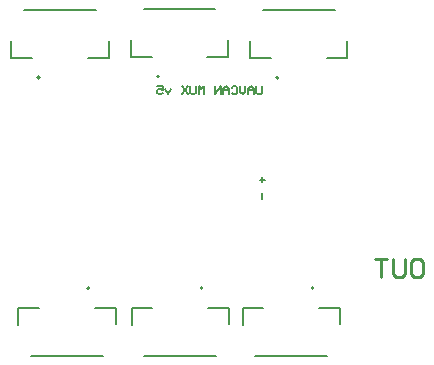
<source format=gbo>
G04*
G04 #@! TF.GenerationSoftware,Altium Limited,Altium Designer,21.6.1 (37)*
G04*
G04 Layer_Color=32896*
%FSLAX44Y44*%
%MOMM*%
G71*
G04*
G04 #@! TF.SameCoordinates,463AB4A2-C92B-4DBF-B99B-D3FD589B31D3*
G04*
G04*
G04 #@! TF.FilePolarity,Positive*
G04*
G01*
G75*
%ADD10C,0.2000*%
%ADD11C,0.1270*%
%ADD12C,0.1700*%
%ADD13C,0.2540*%
%ADD44C,0.1800*%
D10*
X1518000Y2635750D02*
G03*
X1518000Y2635750I-1000J0D01*
G01*
X1481250Y2815000D02*
G03*
X1481250Y2815000I-1000J0D01*
G01*
X1380000Y2814250D02*
G03*
X1380000Y2814250I-1000J0D01*
G01*
X1582250Y2814000D02*
G03*
X1582250Y2814000I-1000J0D01*
G01*
X1612000Y2635750D02*
G03*
X1612000Y2635750I-1000J0D01*
G01*
X1422000D02*
G03*
X1422000Y2635750I-1000J0D01*
G01*
D11*
X1468500Y2578750D02*
X1529400D01*
X1457750Y2619250D02*
X1475400D01*
X1457750Y2604950D02*
Y2619250D01*
X1522600D02*
X1540250D01*
Y2605050D02*
Y2619250D01*
X1467850Y2872000D02*
X1528750D01*
X1521850Y2831500D02*
X1539500D01*
Y2845800D01*
X1457000Y2831500D02*
X1474650D01*
X1457000D02*
Y2845700D01*
X1366600Y2871250D02*
X1427500D01*
X1420600Y2830750D02*
X1438250D01*
Y2845050D01*
X1355750Y2830750D02*
X1373400D01*
X1355750D02*
Y2844950D01*
X1568850Y2871000D02*
X1629750D01*
X1622850Y2830500D02*
X1640500D01*
Y2844800D01*
X1558000Y2830500D02*
X1575650D01*
X1558000D02*
Y2844700D01*
X1562500Y2578750D02*
X1623400D01*
X1551750Y2619250D02*
X1569400D01*
X1551750Y2604950D02*
Y2619250D01*
X1616600D02*
X1634250D01*
Y2605050D02*
Y2619250D01*
X1372500Y2578750D02*
X1433400D01*
X1361750Y2619250D02*
X1379400D01*
X1361750Y2604950D02*
Y2619250D01*
X1426600D02*
X1444250D01*
Y2605050D02*
Y2619250D01*
D12*
X1568519Y2730050D02*
Y2725385D01*
X1566187Y2727718D02*
X1570852D01*
X1568519Y2716054D02*
Y2711389D01*
D13*
X1696696Y2660617D02*
X1701774D01*
X1704313Y2658078D01*
Y2647922D01*
X1701774Y2645382D01*
X1696696D01*
X1694157Y2647922D01*
Y2658078D01*
X1696696Y2660617D01*
X1689078D02*
Y2647922D01*
X1686539Y2645382D01*
X1681461D01*
X1678922Y2647922D01*
Y2660617D01*
X1673843D02*
X1663687D01*
X1668765D01*
Y2645382D01*
D44*
X1568077Y2806798D02*
Y2800966D01*
X1566911Y2799800D01*
X1564578D01*
X1563412Y2800966D01*
Y2806798D01*
X1561079Y2799800D02*
Y2804465D01*
X1558747Y2806798D01*
X1556414Y2804465D01*
Y2799800D01*
Y2803299D01*
X1561079D01*
X1554082Y2806798D02*
Y2802133D01*
X1551749Y2799800D01*
X1549416Y2802133D01*
Y2806798D01*
X1542419Y2805631D02*
X1543585Y2806798D01*
X1545918D01*
X1547084Y2805631D01*
Y2800966D01*
X1545918Y2799800D01*
X1543585D01*
X1542419Y2800966D01*
X1540086Y2799800D02*
Y2804465D01*
X1537753Y2806798D01*
X1535421Y2804465D01*
Y2799800D01*
Y2803299D01*
X1540086D01*
X1533088Y2799800D02*
Y2806798D01*
X1528423Y2799800D01*
Y2806798D01*
X1519093Y2799800D02*
Y2806798D01*
X1516760Y2804465D01*
X1514428Y2806798D01*
Y2799800D01*
X1512095Y2806798D02*
Y2800966D01*
X1510929Y2799800D01*
X1508596D01*
X1507430Y2800966D01*
Y2806798D01*
X1505097D02*
X1500432Y2799800D01*
Y2806798D02*
X1505097Y2799800D01*
X1491102Y2804465D02*
X1488769Y2799800D01*
X1486437Y2804465D01*
X1479439Y2806798D02*
X1484104D01*
Y2803299D01*
X1481772Y2804465D01*
X1480605D01*
X1479439Y2803299D01*
Y2800966D01*
X1480605Y2799800D01*
X1482938D01*
X1484104Y2800966D01*
M02*

</source>
